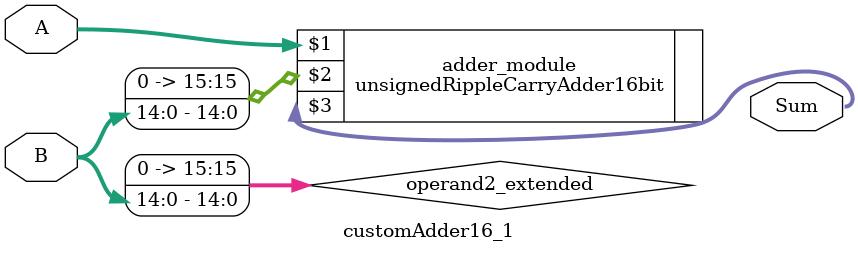
<source format=v>

module customAdder16_1(
                    input [15 : 0] A,
                    input [14 : 0] B,
                    
                    output [16 : 0] Sum
            );

    wire [15 : 0] operand2_extended;
    
    assign operand2_extended =  {1'b0, B};
    
    unsignedRippleCarryAdder16bit adder_module(
        A,
        operand2_extended,
        Sum
    );
    
endmodule
        
</source>
